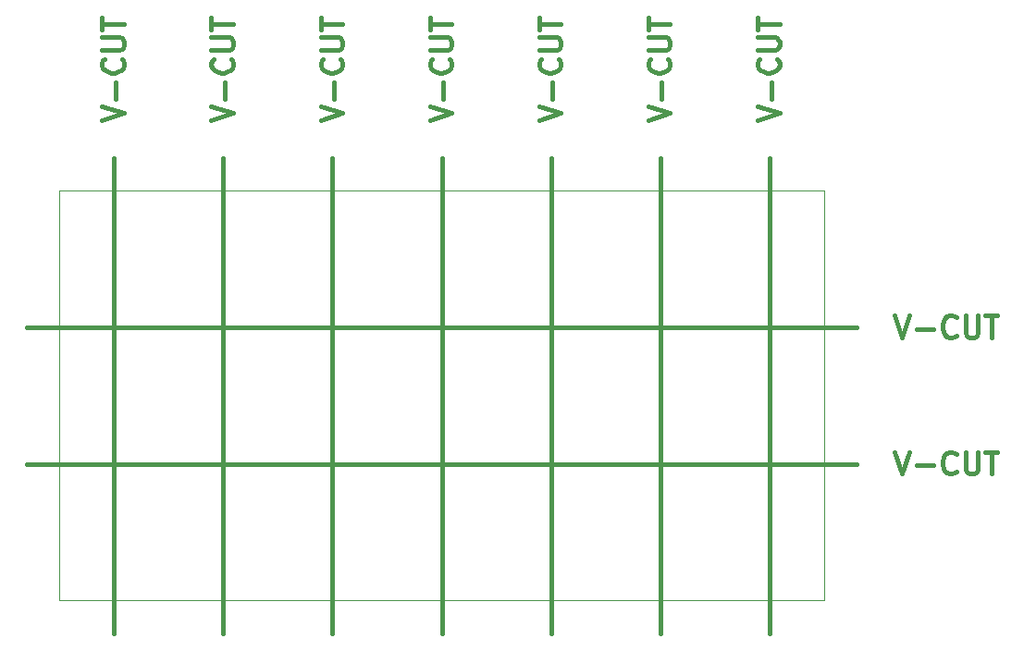
<source format=gbr>
G04 #@! TF.GenerationSoftware,KiCad,Pcbnew,5.1.10-88a1d61d58~90~ubuntu21.04.1*
G04 #@! TF.CreationDate,2021-10-15T10:06:39+02:00*
G04 #@! TF.ProjectId,IndicatorLeds,496e6469-6361-4746-9f72-4c6564732e6b,rev?*
G04 #@! TF.SameCoordinates,Original*
G04 #@! TF.FileFunction,Other,Comment*
%FSLAX46Y46*%
G04 Gerber Fmt 4.6, Leading zero omitted, Abs format (unit mm)*
G04 Created by KiCad (PCBNEW 5.1.10-88a1d61d58~90~ubuntu21.04.1) date 2021-10-15 10:06:39*
%MOMM*%
%LPD*%
G01*
G04 APERTURE LIST*
%ADD10C,0.400000*%
G04 #@! TA.AperFunction,Profile*
%ADD11C,0.100000*%
G04 #@! TD*
G04 APERTURE END LIST*
D10*
X108904761Y-43548523D02*
X110904761Y-42881857D01*
X108904761Y-42215190D01*
X110142857Y-41548523D02*
X110142857Y-40024714D01*
X110714285Y-37929476D02*
X110809523Y-38024714D01*
X110904761Y-38310428D01*
X110904761Y-38500904D01*
X110809523Y-38786619D01*
X110619047Y-38977095D01*
X110428571Y-39072333D01*
X110047619Y-39167571D01*
X109761904Y-39167571D01*
X109380952Y-39072333D01*
X109190476Y-38977095D01*
X109000000Y-38786619D01*
X108904761Y-38500904D01*
X108904761Y-38310428D01*
X109000000Y-38024714D01*
X109095238Y-37929476D01*
X108904761Y-37072333D02*
X110523809Y-37072333D01*
X110714285Y-36977095D01*
X110809523Y-36881857D01*
X110904761Y-36691380D01*
X110904761Y-36310428D01*
X110809523Y-36119952D01*
X110714285Y-36024714D01*
X110523809Y-35929476D01*
X108904761Y-35929476D01*
X108904761Y-35262809D02*
X108904761Y-34119952D01*
X110904761Y-34691380D02*
X108904761Y-34691380D01*
X110000000Y-46999000D02*
X110000000Y-90501000D01*
X48904761Y-43548523D02*
X50904761Y-42881857D01*
X48904761Y-42215190D01*
X50142857Y-41548523D02*
X50142857Y-40024714D01*
X50714285Y-37929476D02*
X50809523Y-38024714D01*
X50904761Y-38310428D01*
X50904761Y-38500904D01*
X50809523Y-38786619D01*
X50619047Y-38977095D01*
X50428571Y-39072333D01*
X50047619Y-39167571D01*
X49761904Y-39167571D01*
X49380952Y-39072333D01*
X49190476Y-38977095D01*
X49000000Y-38786619D01*
X48904761Y-38500904D01*
X48904761Y-38310428D01*
X49000000Y-38024714D01*
X49095238Y-37929476D01*
X48904761Y-37072333D02*
X50523809Y-37072333D01*
X50714285Y-36977095D01*
X50809523Y-36881857D01*
X50904761Y-36691380D01*
X50904761Y-36310428D01*
X50809523Y-36119952D01*
X50714285Y-36024714D01*
X50523809Y-35929476D01*
X48904761Y-35929476D01*
X48904761Y-35262809D02*
X48904761Y-34119952D01*
X50904761Y-34691380D02*
X48904761Y-34691380D01*
X50000000Y-46999000D02*
X50000000Y-90501000D01*
X98904761Y-43548523D02*
X100904761Y-42881857D01*
X98904761Y-42215190D01*
X100142857Y-41548523D02*
X100142857Y-40024714D01*
X100714285Y-37929476D02*
X100809523Y-38024714D01*
X100904761Y-38310428D01*
X100904761Y-38500904D01*
X100809523Y-38786619D01*
X100619047Y-38977095D01*
X100428571Y-39072333D01*
X100047619Y-39167571D01*
X99761904Y-39167571D01*
X99380952Y-39072333D01*
X99190476Y-38977095D01*
X99000000Y-38786619D01*
X98904761Y-38500904D01*
X98904761Y-38310428D01*
X99000000Y-38024714D01*
X99095238Y-37929476D01*
X98904761Y-37072333D02*
X100523809Y-37072333D01*
X100714285Y-36977095D01*
X100809523Y-36881857D01*
X100904761Y-36691380D01*
X100904761Y-36310428D01*
X100809523Y-36119952D01*
X100714285Y-36024714D01*
X100523809Y-35929476D01*
X98904761Y-35929476D01*
X98904761Y-35262809D02*
X98904761Y-34119952D01*
X100904761Y-34691380D02*
X98904761Y-34691380D01*
X100000000Y-46999000D02*
X100000000Y-90501000D01*
X68904761Y-43548523D02*
X70904761Y-42881857D01*
X68904761Y-42215190D01*
X70142857Y-41548523D02*
X70142857Y-40024714D01*
X70714285Y-37929476D02*
X70809523Y-38024714D01*
X70904761Y-38310428D01*
X70904761Y-38500904D01*
X70809523Y-38786619D01*
X70619047Y-38977095D01*
X70428571Y-39072333D01*
X70047619Y-39167571D01*
X69761904Y-39167571D01*
X69380952Y-39072333D01*
X69190476Y-38977095D01*
X69000000Y-38786619D01*
X68904761Y-38500904D01*
X68904761Y-38310428D01*
X69000000Y-38024714D01*
X69095238Y-37929476D01*
X68904761Y-37072333D02*
X70523809Y-37072333D01*
X70714285Y-36977095D01*
X70809523Y-36881857D01*
X70904761Y-36691380D01*
X70904761Y-36310428D01*
X70809523Y-36119952D01*
X70714285Y-36024714D01*
X70523809Y-35929476D01*
X68904761Y-35929476D01*
X68904761Y-35262809D02*
X68904761Y-34119952D01*
X70904761Y-34691380D02*
X68904761Y-34691380D01*
X70000000Y-46999000D02*
X70000000Y-90501000D01*
X88904761Y-43548523D02*
X90904761Y-42881857D01*
X88904761Y-42215190D01*
X90142857Y-41548523D02*
X90142857Y-40024714D01*
X90714285Y-37929476D02*
X90809523Y-38024714D01*
X90904761Y-38310428D01*
X90904761Y-38500904D01*
X90809523Y-38786619D01*
X90619047Y-38977095D01*
X90428571Y-39072333D01*
X90047619Y-39167571D01*
X89761904Y-39167571D01*
X89380952Y-39072333D01*
X89190476Y-38977095D01*
X89000000Y-38786619D01*
X88904761Y-38500904D01*
X88904761Y-38310428D01*
X89000000Y-38024714D01*
X89095238Y-37929476D01*
X88904761Y-37072333D02*
X90523809Y-37072333D01*
X90714285Y-36977095D01*
X90809523Y-36881857D01*
X90904761Y-36691380D01*
X90904761Y-36310428D01*
X90809523Y-36119952D01*
X90714285Y-36024714D01*
X90523809Y-35929476D01*
X88904761Y-35929476D01*
X88904761Y-35262809D02*
X88904761Y-34119952D01*
X90904761Y-34691380D02*
X88904761Y-34691380D01*
X90000000Y-46999000D02*
X90000000Y-90501000D01*
X78904761Y-43548523D02*
X80904761Y-42881857D01*
X78904761Y-42215190D01*
X80142857Y-41548523D02*
X80142857Y-40024714D01*
X80714285Y-37929476D02*
X80809523Y-38024714D01*
X80904761Y-38310428D01*
X80904761Y-38500904D01*
X80809523Y-38786619D01*
X80619047Y-38977095D01*
X80428571Y-39072333D01*
X80047619Y-39167571D01*
X79761904Y-39167571D01*
X79380952Y-39072333D01*
X79190476Y-38977095D01*
X79000000Y-38786619D01*
X78904761Y-38500904D01*
X78904761Y-38310428D01*
X79000000Y-38024714D01*
X79095238Y-37929476D01*
X78904761Y-37072333D02*
X80523809Y-37072333D01*
X80714285Y-36977095D01*
X80809523Y-36881857D01*
X80904761Y-36691380D01*
X80904761Y-36310428D01*
X80809523Y-36119952D01*
X80714285Y-36024714D01*
X80523809Y-35929476D01*
X78904761Y-35929476D01*
X78904761Y-35262809D02*
X78904761Y-34119952D01*
X80904761Y-34691380D02*
X78904761Y-34691380D01*
X80000000Y-46999000D02*
X80000000Y-90501000D01*
X58904761Y-43548523D02*
X60904761Y-42881857D01*
X58904761Y-42215190D01*
X60142857Y-41548523D02*
X60142857Y-40024714D01*
X60714285Y-37929476D02*
X60809523Y-38024714D01*
X60904761Y-38310428D01*
X60904761Y-38500904D01*
X60809523Y-38786619D01*
X60619047Y-38977095D01*
X60428571Y-39072333D01*
X60047619Y-39167571D01*
X59761904Y-39167571D01*
X59380952Y-39072333D01*
X59190476Y-38977095D01*
X59000000Y-38786619D01*
X58904761Y-38500904D01*
X58904761Y-38310428D01*
X59000000Y-38024714D01*
X59095238Y-37929476D01*
X58904761Y-37072333D02*
X60523809Y-37072333D01*
X60714285Y-36977095D01*
X60809523Y-36881857D01*
X60904761Y-36691380D01*
X60904761Y-36310428D01*
X60809523Y-36119952D01*
X60714285Y-36024714D01*
X60523809Y-35929476D01*
X58904761Y-35929476D01*
X58904761Y-35262809D02*
X58904761Y-34119952D01*
X60904761Y-34691380D02*
X58904761Y-34691380D01*
X60000000Y-46999000D02*
X60000000Y-90501000D01*
X121451476Y-73904761D02*
X122118142Y-75904761D01*
X122784809Y-73904761D01*
X123451476Y-75142857D02*
X124975285Y-75142857D01*
X127070523Y-75714285D02*
X126975285Y-75809523D01*
X126689571Y-75904761D01*
X126499095Y-75904761D01*
X126213380Y-75809523D01*
X126022904Y-75619047D01*
X125927666Y-75428571D01*
X125832428Y-75047619D01*
X125832428Y-74761904D01*
X125927666Y-74380952D01*
X126022904Y-74190476D01*
X126213380Y-74000000D01*
X126499095Y-73904761D01*
X126689571Y-73904761D01*
X126975285Y-74000000D01*
X127070523Y-74095238D01*
X127927666Y-73904761D02*
X127927666Y-75523809D01*
X128022904Y-75714285D01*
X128118142Y-75809523D01*
X128308619Y-75904761D01*
X128689571Y-75904761D01*
X128880047Y-75809523D01*
X128975285Y-75714285D01*
X129070523Y-75523809D01*
X129070523Y-73904761D01*
X129737190Y-73904761D02*
X130880047Y-73904761D01*
X130308619Y-75904761D02*
X130308619Y-73904761D01*
X42000000Y-75000000D02*
X118001000Y-75000000D01*
X121451476Y-61404761D02*
X122118142Y-63404761D01*
X122784809Y-61404761D01*
X123451476Y-62642857D02*
X124975285Y-62642857D01*
X127070523Y-63214285D02*
X126975285Y-63309523D01*
X126689571Y-63404761D01*
X126499095Y-63404761D01*
X126213380Y-63309523D01*
X126022904Y-63119047D01*
X125927666Y-62928571D01*
X125832428Y-62547619D01*
X125832428Y-62261904D01*
X125927666Y-61880952D01*
X126022904Y-61690476D01*
X126213380Y-61500000D01*
X126499095Y-61404761D01*
X126689571Y-61404761D01*
X126975285Y-61500000D01*
X127070523Y-61595238D01*
X127927666Y-61404761D02*
X127927666Y-63023809D01*
X128022904Y-63214285D01*
X128118142Y-63309523D01*
X128308619Y-63404761D01*
X128689571Y-63404761D01*
X128880047Y-63309523D01*
X128975285Y-63214285D01*
X129070523Y-63023809D01*
X129070523Y-61404761D01*
X129737190Y-61404761D02*
X130880047Y-61404761D01*
X130308619Y-63404761D02*
X130308619Y-61404761D01*
X42000000Y-62500000D02*
X118001000Y-62500000D01*
D11*
X45000000Y-49999000D02*
X110000000Y-49999000D01*
X45000000Y-87501000D02*
X45000000Y-49999000D01*
X115001000Y-87501000D02*
X45000000Y-87501000D01*
X115001000Y-49999000D02*
X115001000Y-87501000D01*
X110000000Y-49999000D02*
X115001000Y-49999000D01*
M02*

</source>
